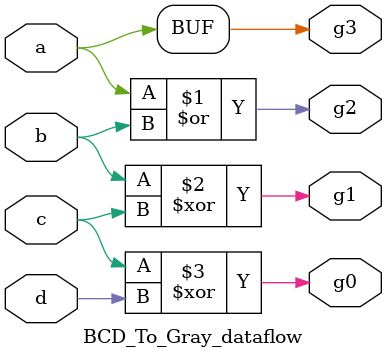
<source format=v>
module BCD_To_Gray_dataflow (a, b, c, d, g3, g2, g1, g0);
	input a,b,c,d;
	output g0,g1,g2,g3;
	
	assign g3 = a;
	assign g2 = a|b;
	assign g1 = b^c;
	assign g0 = c^d;
endmodule
</source>
